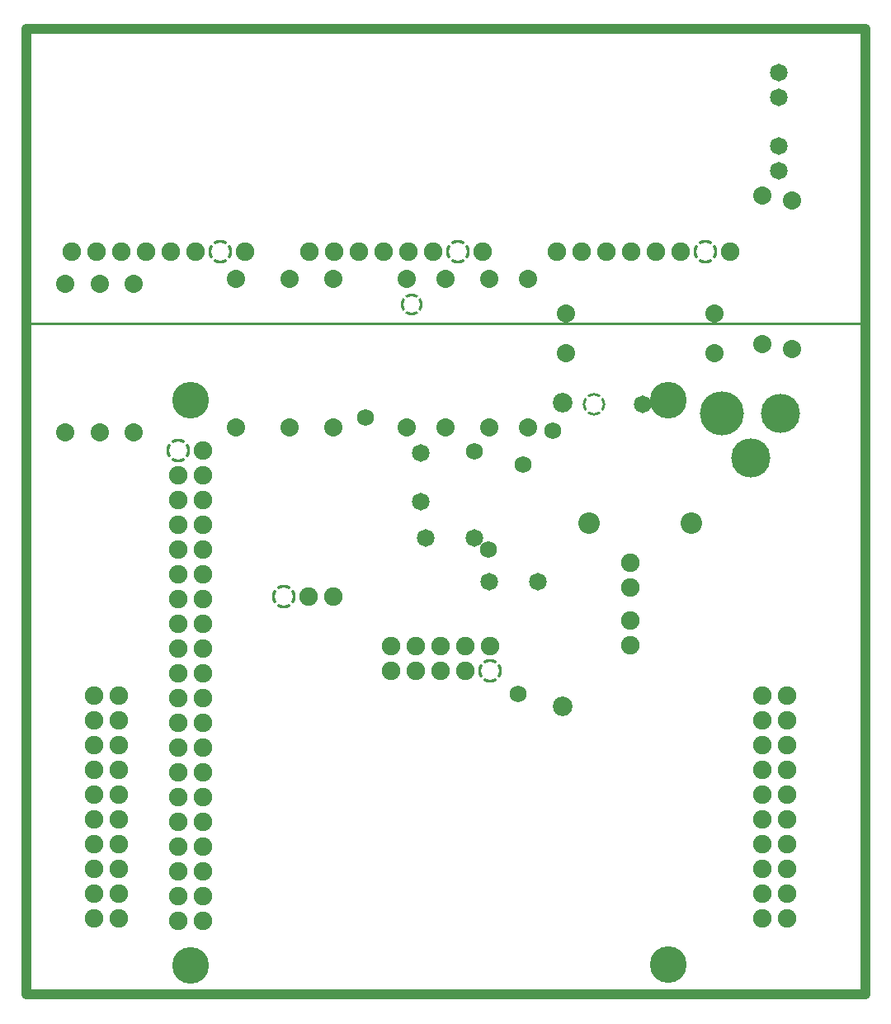
<source format=gbr>
G04 Layer_Physical_Order=3*
G04 Layer_Color=128*
%FSLAX45Y45*%
%MOMM*%
%TF.FileFunction,Copper,L3,Inr,Plane*%
%TF.Part,Single*%
G01*
G75*
%TA.AperFunction,NonConductor*%
%ADD16C,0.25400*%
%ADD32C,1.01600*%
%TA.AperFunction,ComponentPad*%
%ADD33C,4.51600*%
%ADD35C,1.91600*%
G04:AMPARAMS|DCode=36|XSize=2.424mm|YSize=2.424mm|CornerRadius=0mm|HoleSize=0mm|Usage=FLASHONLY|Rotation=0.000|XOffset=0mm|YOffset=0mm|HoleType=Round|Shape=Relief|Width=0.254mm|Gap=0.254mm|Entries=4|*
%AMTHD36*
7,0,0,2.42400,1.91600,0.25400,45*
%
%ADD36THD36*%
%ADD37C,1.86600*%
%ADD38C,1.81600*%
G04:AMPARAMS|DCode=39|XSize=2.324mm|YSize=2.324mm|CornerRadius=0mm|HoleSize=0mm|Usage=FLASHONLY|Rotation=0.000|XOffset=0mm|YOffset=0mm|HoleType=Round|Shape=Relief|Width=0.254mm|Gap=0.254mm|Entries=4|*
%AMTHD39*
7,0,0,2.32400,1.81600,0.25400,45*
%
%ADD39THD39*%
%TA.AperFunction,ViaPad*%
%ADD40C,3.76600*%
%TA.AperFunction,ComponentPad*%
%ADD42C,2.21600*%
%ADD43C,2.01600*%
%TA.AperFunction,ViaPad*%
%ADD44C,1.72720*%
G04:AMPARAMS|DCode=45|XSize=2.2352mm|YSize=2.2352mm|CornerRadius=0mm|HoleSize=0mm|Usage=FLASHONLY|Rotation=0.000|XOffset=0mm|YOffset=0mm|HoleType=Round|Shape=Relief|Width=0.254mm|Gap=0.254mm|Entries=4|*
%AMTHD45*
7,0,0,2.23520,1.72720,0.25400,45*
%
%ADD45THD45*%
%TA.AperFunction,ComponentPad*%
%ADD46C,4.01600*%
D16*
X5547700Y12450000D02*
X14158299D01*
D32*
X5547700Y15473000D02*
X14158299D01*
Y5564800D02*
Y15473000D01*
X5547700Y5564800D02*
X14158299D01*
X5547700D02*
Y15473000D01*
D33*
X12684999Y11525001D02*
D03*
D35*
X11749998Y9146001D02*
D03*
Y9400001D02*
D03*
Y10000001D02*
D03*
Y9746001D02*
D03*
X9296400Y9144000D02*
D03*
Y8890000D02*
D03*
X9550400Y9144000D02*
D03*
Y8890000D02*
D03*
X9804400Y9144000D02*
D03*
Y8890000D02*
D03*
X10058400Y9144000D02*
D03*
Y8890000D02*
D03*
X10312400Y9144000D02*
D03*
X12770896Y13184302D02*
D03*
X12262896D02*
D03*
X12008896D02*
D03*
X11754896D02*
D03*
X11500896D02*
D03*
X11246896D02*
D03*
X10992896D02*
D03*
X10230896D02*
D03*
X9722896D02*
D03*
X9468896D02*
D03*
X9214896D02*
D03*
X8960896D02*
D03*
X8706896D02*
D03*
X8452896D02*
D03*
X7792496D02*
D03*
X7284496D02*
D03*
X7030496D02*
D03*
X6776496D02*
D03*
X6522496D02*
D03*
X6268496D02*
D03*
X6014496D02*
D03*
X13106400Y6350000D02*
D03*
X13360400D02*
D03*
X13106400Y6604000D02*
D03*
X13360400D02*
D03*
X13106400Y6858000D02*
D03*
X13360400D02*
D03*
X13106400Y7112000D02*
D03*
X13360400D02*
D03*
X13106400Y7366000D02*
D03*
X13360400D02*
D03*
X13106400Y7620000D02*
D03*
X13360400D02*
D03*
X13106400Y7874000D02*
D03*
X13360400D02*
D03*
X13106400Y8128000D02*
D03*
X13360400D02*
D03*
X13106400Y8382000D02*
D03*
X13360400D02*
D03*
X13106400Y8636000D02*
D03*
X13360400D02*
D03*
X6248400Y6350000D02*
D03*
X6502400D02*
D03*
X6248400Y6604000D02*
D03*
X6502400D02*
D03*
X6248400Y6858000D02*
D03*
X6502400D02*
D03*
X6248400Y7112000D02*
D03*
X6502400D02*
D03*
X6248400Y7366000D02*
D03*
X6502400D02*
D03*
X6248400Y7620000D02*
D03*
X6502400D02*
D03*
X6248400Y7874000D02*
D03*
X6502400D02*
D03*
X6248400Y8128000D02*
D03*
X6502400D02*
D03*
X6248400Y8382000D02*
D03*
X6502400D02*
D03*
X6248400Y8636000D02*
D03*
X6502400D02*
D03*
X7366000Y11150600D02*
D03*
Y10896600D02*
D03*
X7112000D02*
D03*
X7366000Y10642600D02*
D03*
X7112000D02*
D03*
X7366000Y10388600D02*
D03*
X7112000D02*
D03*
X7366000Y10134600D02*
D03*
X7112000D02*
D03*
X7366000Y9880600D02*
D03*
X7112000D02*
D03*
X7366000Y9626600D02*
D03*
X7112000D02*
D03*
X7366000Y9372600D02*
D03*
X7112000D02*
D03*
X7366000Y9118600D02*
D03*
X7112000D02*
D03*
X7366000Y8864600D02*
D03*
X7112000D02*
D03*
X7366000Y8610600D02*
D03*
X7112000D02*
D03*
X7366000Y8356600D02*
D03*
X7112000D02*
D03*
X7366000Y8102600D02*
D03*
X7112000D02*
D03*
X7366000Y7848600D02*
D03*
X7112000D02*
D03*
X7366000Y7594600D02*
D03*
X7112000D02*
D03*
X7366000Y7340600D02*
D03*
X7112000D02*
D03*
X7366000Y7086600D02*
D03*
X7112000D02*
D03*
X7366000Y6832600D02*
D03*
X7112000D02*
D03*
X7366000Y6578600D02*
D03*
X7112000D02*
D03*
X7366000Y6324600D02*
D03*
X7112000D02*
D03*
X8446002Y9649998D02*
D03*
X8700002D02*
D03*
D36*
X10312400Y8890000D02*
D03*
X12516896Y13184302D02*
D03*
X9976896D02*
D03*
X7538496D02*
D03*
X7112000Y11150600D02*
D03*
X8192002Y9649998D02*
D03*
D37*
X13099998Y12238000D02*
D03*
Y13762000D02*
D03*
X5950001Y12861996D02*
D03*
Y11337996D02*
D03*
X6300003D02*
D03*
Y12861996D02*
D03*
X6649999Y12862001D02*
D03*
Y11338001D02*
D03*
X7700000Y11387999D02*
D03*
Y12912000D02*
D03*
X12611999Y12549998D02*
D03*
X11087999D02*
D03*
X12611999Y12149999D02*
D03*
X11087999D02*
D03*
X10300000Y12912000D02*
D03*
Y11387999D02*
D03*
X10699999Y12912000D02*
D03*
Y11387999D02*
D03*
X8699998D02*
D03*
Y12912000D02*
D03*
X9849998Y11387999D02*
D03*
Y12912000D02*
D03*
X8250001D02*
D03*
Y11387999D02*
D03*
X9449999Y12912000D02*
D03*
Y11387999D02*
D03*
X13411200Y12192000D02*
D03*
Y13716000D02*
D03*
D38*
X9600001Y10624998D02*
D03*
Y11125002D02*
D03*
X10800004Y9800001D02*
D03*
X10300000D02*
D03*
X9650000Y10249998D02*
D03*
X10150004D02*
D03*
X11875003Y11625001D02*
D03*
X13271500Y14021501D02*
D03*
Y14275500D02*
D03*
X13273003Y15027000D02*
D03*
Y14773000D02*
D03*
D39*
X11374999Y11625001D02*
D03*
D40*
X12139000Y11662999D02*
D03*
X7239000Y5863001D02*
D03*
X12139000Y5871799D02*
D03*
X7239000Y11662999D02*
D03*
D42*
X11327002Y10400000D02*
D03*
X12373000D02*
D03*
D43*
X11052002Y11640000D02*
D03*
Y8520000D02*
D03*
D44*
X10950000Y11350000D02*
D03*
X10600000Y8650000D02*
D03*
X10289540Y10129520D02*
D03*
X9029700Y11485880D02*
D03*
X10150500Y11140440D02*
D03*
X10650000Y11000000D02*
D03*
D45*
X9500000Y12650000D02*
D03*
D46*
X13285004Y11525001D02*
D03*
X12984998Y11074999D02*
D03*
%TF.MD5,B18A8BCB023E4FC0F87FDFA98740D5DE*%
M02*

</source>
